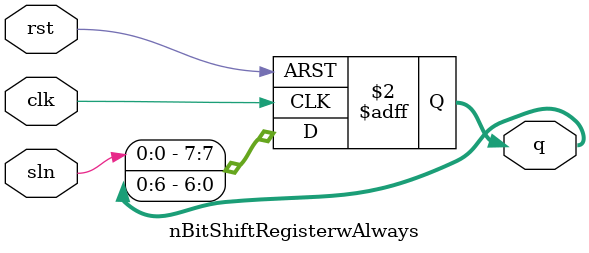
<source format=v>
`timescale 1ns/1ns
module nBitShiftRegisterwAlways #(parameter SIZE = 8) (sln, rst, clk, q);
	input sln;
	input rst;
	input clk;
	output reg [0:SIZE-1]q;
	
	always@(negedge clk or posedge rst) begin
		if(rst)
			#30 q <= {1'b0};
		else
			#30 q <= {sln, q[0:SIZE-2]};
	end
endmodule

</source>
